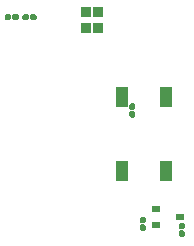
<source format=gbr>
G04 #@! TF.GenerationSoftware,KiCad,Pcbnew,(5.1.6)-1*
G04 #@! TF.CreationDate,2021-05-09T15:01:23+05:30*
G04 #@! TF.ProjectId,ProTag,50726f54-6167-42e6-9b69-6361645f7063,1*
G04 #@! TF.SameCoordinates,Original*
G04 #@! TF.FileFunction,Soldermask,Bot*
G04 #@! TF.FilePolarity,Negative*
%FSLAX45Y45*%
G04 Gerber Fmt 4.5, Leading zero omitted, Abs format (unit mm)*
G04 Created by KiCad (PCBNEW (5.1.6)-1) date 2021-05-09 15:01:23*
%MOMM*%
%LPD*%
G01*
G04 APERTURE LIST*
%ADD10R,0.800000X0.550000*%
%ADD11R,1.100000X1.800000*%
%ADD12R,0.850000X0.950000*%
G04 APERTURE END LIST*
G04 #@! TO.C,D2*
G36*
G01*
X17630000Y-11072500D02*
X17630000Y-11047500D01*
G75*
G02*
X17642500Y-11035000I12500J0D01*
G01*
X17673500Y-11035000D01*
G75*
G02*
X17686000Y-11047500I0J-12500D01*
G01*
X17686000Y-11072500D01*
G75*
G02*
X17673500Y-11085000I-12500J0D01*
G01*
X17642500Y-11085000D01*
G75*
G02*
X17630000Y-11072500I0J12500D01*
G01*
G37*
G36*
G01*
X17694000Y-11072500D02*
X17694000Y-11047500D01*
G75*
G02*
X17706500Y-11035000I12500J0D01*
G01*
X17737500Y-11035000D01*
G75*
G02*
X17750000Y-11047500I0J-12500D01*
G01*
X17750000Y-11072500D01*
G75*
G02*
X17737500Y-11085000I-12500J0D01*
G01*
X17706500Y-11085000D01*
G75*
G02*
X17694000Y-11072500I0J12500D01*
G01*
G37*
G04 #@! TD*
D10*
G04 #@! TO.C,Q1*
X18912500Y-12817500D03*
X18912500Y-12687500D03*
X19112500Y-12752500D03*
G04 #@! TD*
G04 #@! TO.C,R2*
G36*
G01*
X18697500Y-11790000D02*
X18722500Y-11790000D01*
G75*
G02*
X18735000Y-11802500I0J-12500D01*
G01*
X18735000Y-11833500D01*
G75*
G02*
X18722500Y-11846000I-12500J0D01*
G01*
X18697500Y-11846000D01*
G75*
G02*
X18685000Y-11833500I0J12500D01*
G01*
X18685000Y-11802500D01*
G75*
G02*
X18697500Y-11790000I12500J0D01*
G01*
G37*
G36*
G01*
X18697500Y-11854000D02*
X18722500Y-11854000D01*
G75*
G02*
X18735000Y-11866500I0J-12500D01*
G01*
X18735000Y-11897500D01*
G75*
G02*
X18722500Y-11910000I-12500J0D01*
G01*
X18697500Y-11910000D01*
G75*
G02*
X18685000Y-11897500I0J12500D01*
G01*
X18685000Y-11866500D01*
G75*
G02*
X18697500Y-11854000I12500J0D01*
G01*
G37*
G04 #@! TD*
G04 #@! TO.C,R7*
G36*
G01*
X17836000Y-11047500D02*
X17836000Y-11072500D01*
G75*
G02*
X17823500Y-11085000I-12500J0D01*
G01*
X17792500Y-11085000D01*
G75*
G02*
X17780000Y-11072500I0J12500D01*
G01*
X17780000Y-11047500D01*
G75*
G02*
X17792500Y-11035000I12500J0D01*
G01*
X17823500Y-11035000D01*
G75*
G02*
X17836000Y-11047500I0J-12500D01*
G01*
G37*
G36*
G01*
X17900000Y-11047500D02*
X17900000Y-11072500D01*
G75*
G02*
X17887500Y-11085000I-12500J0D01*
G01*
X17856500Y-11085000D01*
G75*
G02*
X17844000Y-11072500I0J12500D01*
G01*
X17844000Y-11047500D01*
G75*
G02*
X17856500Y-11035000I12500J0D01*
G01*
X17887500Y-11035000D01*
G75*
G02*
X17900000Y-11047500I0J-12500D01*
G01*
G37*
G04 #@! TD*
G04 #@! TO.C,R8*
G36*
G01*
X19142500Y-12856000D02*
X19117500Y-12856000D01*
G75*
G02*
X19105000Y-12843500I0J12500D01*
G01*
X19105000Y-12812500D01*
G75*
G02*
X19117500Y-12800000I12500J0D01*
G01*
X19142500Y-12800000D01*
G75*
G02*
X19155000Y-12812500I0J-12500D01*
G01*
X19155000Y-12843500D01*
G75*
G02*
X19142500Y-12856000I-12500J0D01*
G01*
G37*
G36*
G01*
X19142500Y-12920000D02*
X19117500Y-12920000D01*
G75*
G02*
X19105000Y-12907500I0J12500D01*
G01*
X19105000Y-12876500D01*
G75*
G02*
X19117500Y-12864000I12500J0D01*
G01*
X19142500Y-12864000D01*
G75*
G02*
X19155000Y-12876500I0J-12500D01*
G01*
X19155000Y-12907500D01*
G75*
G02*
X19142500Y-12920000I-12500J0D01*
G01*
G37*
G04 #@! TD*
G04 #@! TO.C,R9*
G36*
G01*
X18812500Y-12870000D02*
X18787500Y-12870000D01*
G75*
G02*
X18775000Y-12857500I0J12500D01*
G01*
X18775000Y-12826500D01*
G75*
G02*
X18787500Y-12814000I12500J0D01*
G01*
X18812500Y-12814000D01*
G75*
G02*
X18825000Y-12826500I0J-12500D01*
G01*
X18825000Y-12857500D01*
G75*
G02*
X18812500Y-12870000I-12500J0D01*
G01*
G37*
G36*
G01*
X18812500Y-12806000D02*
X18787500Y-12806000D01*
G75*
G02*
X18775000Y-12793500I0J12500D01*
G01*
X18775000Y-12762500D01*
G75*
G02*
X18787500Y-12750000I12500J0D01*
G01*
X18812500Y-12750000D01*
G75*
G02*
X18825000Y-12762500I0J-12500D01*
G01*
X18825000Y-12793500D01*
G75*
G02*
X18812500Y-12806000I-12500J0D01*
G01*
G37*
G04 #@! TD*
D11*
G04 #@! TO.C,SW1*
X19000000Y-12365000D03*
X19000000Y-11735000D03*
X18620000Y-12365000D03*
X18620000Y-11735000D03*
G04 #@! TD*
D12*
G04 #@! TO.C,Y2*
X18422500Y-11012500D03*
X18422500Y-11147500D03*
X18317500Y-11147500D03*
X18317500Y-11012500D03*
G04 #@! TD*
M02*

</source>
